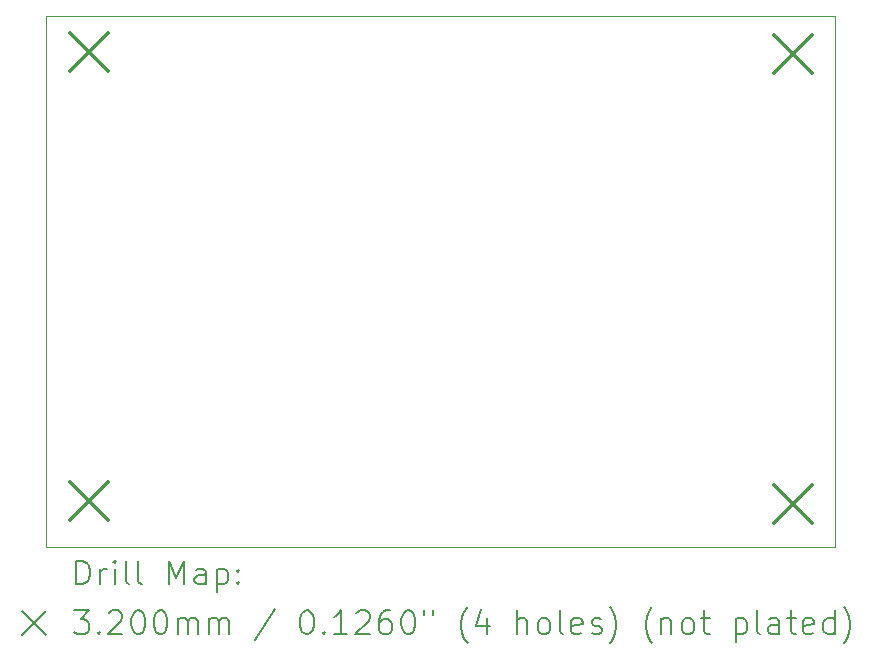
<source format=gbr>
%TF.GenerationSoftware,KiCad,Pcbnew,8.0.1*%
%TF.CreationDate,2024-09-12T20:33:38-03:00*%
%TF.ProjectId,monitor_solar_v2,6d6f6e69-746f-4725-9f73-6f6c61725f76,rev?*%
%TF.SameCoordinates,PX602d950PY4d2bdc0*%
%TF.FileFunction,Drillmap*%
%TF.FilePolarity,Positive*%
%FSLAX45Y45*%
G04 Gerber Fmt 4.5, Leading zero omitted, Abs format (unit mm)*
G04 Created by KiCad (PCBNEW 8.0.1) date 2024-09-12 20:33:38*
%MOMM*%
%LPD*%
G01*
G04 APERTURE LIST*
%ADD10C,0.050000*%
%ADD11C,0.200000*%
%ADD12C,0.320000*%
G04 APERTURE END LIST*
D10*
X-200Y4500000D02*
X6679000Y4500000D01*
X6679000Y0D01*
X-200Y0D01*
X-200Y4500000D01*
D11*
D12*
X205000Y4352000D02*
X525000Y4032000D01*
X525000Y4352000D02*
X205000Y4032000D01*
X205000Y552000D02*
X525000Y232000D01*
X525000Y552000D02*
X205000Y232000D01*
X6163400Y4340400D02*
X6483400Y4020400D01*
X6483400Y4340400D02*
X6163400Y4020400D01*
X6163400Y530400D02*
X6483400Y210400D01*
X6483400Y530400D02*
X6163400Y210400D01*
D11*
X258077Y-313984D02*
X258077Y-113984D01*
X258077Y-113984D02*
X305696Y-113984D01*
X305696Y-113984D02*
X334267Y-123508D01*
X334267Y-123508D02*
X353315Y-142555D01*
X353315Y-142555D02*
X362839Y-161603D01*
X362839Y-161603D02*
X372362Y-199698D01*
X372362Y-199698D02*
X372362Y-228269D01*
X372362Y-228269D02*
X362839Y-266365D01*
X362839Y-266365D02*
X353315Y-285412D01*
X353315Y-285412D02*
X334267Y-304460D01*
X334267Y-304460D02*
X305696Y-313984D01*
X305696Y-313984D02*
X258077Y-313984D01*
X458077Y-313984D02*
X458077Y-180650D01*
X458077Y-218746D02*
X467601Y-199698D01*
X467601Y-199698D02*
X477124Y-190174D01*
X477124Y-190174D02*
X496172Y-180650D01*
X496172Y-180650D02*
X515220Y-180650D01*
X581886Y-313984D02*
X581886Y-180650D01*
X581886Y-113984D02*
X572363Y-123508D01*
X572363Y-123508D02*
X581886Y-133031D01*
X581886Y-133031D02*
X591410Y-123508D01*
X591410Y-123508D02*
X581886Y-113984D01*
X581886Y-113984D02*
X581886Y-133031D01*
X705696Y-313984D02*
X686648Y-304460D01*
X686648Y-304460D02*
X677124Y-285412D01*
X677124Y-285412D02*
X677124Y-113984D01*
X810458Y-313984D02*
X791410Y-304460D01*
X791410Y-304460D02*
X781886Y-285412D01*
X781886Y-285412D02*
X781886Y-113984D01*
X1039029Y-313984D02*
X1039029Y-113984D01*
X1039029Y-113984D02*
X1105696Y-256841D01*
X1105696Y-256841D02*
X1172363Y-113984D01*
X1172363Y-113984D02*
X1172363Y-313984D01*
X1353315Y-313984D02*
X1353315Y-209222D01*
X1353315Y-209222D02*
X1343791Y-190174D01*
X1343791Y-190174D02*
X1324744Y-180650D01*
X1324744Y-180650D02*
X1286648Y-180650D01*
X1286648Y-180650D02*
X1267601Y-190174D01*
X1353315Y-304460D02*
X1334267Y-313984D01*
X1334267Y-313984D02*
X1286648Y-313984D01*
X1286648Y-313984D02*
X1267601Y-304460D01*
X1267601Y-304460D02*
X1258077Y-285412D01*
X1258077Y-285412D02*
X1258077Y-266365D01*
X1258077Y-266365D02*
X1267601Y-247317D01*
X1267601Y-247317D02*
X1286648Y-237793D01*
X1286648Y-237793D02*
X1334267Y-237793D01*
X1334267Y-237793D02*
X1353315Y-228269D01*
X1448553Y-180650D02*
X1448553Y-380650D01*
X1448553Y-190174D02*
X1467601Y-180650D01*
X1467601Y-180650D02*
X1505696Y-180650D01*
X1505696Y-180650D02*
X1524743Y-190174D01*
X1524743Y-190174D02*
X1534267Y-199698D01*
X1534267Y-199698D02*
X1543791Y-218746D01*
X1543791Y-218746D02*
X1543791Y-275889D01*
X1543791Y-275889D02*
X1534267Y-294936D01*
X1534267Y-294936D02*
X1524743Y-304460D01*
X1524743Y-304460D02*
X1505696Y-313984D01*
X1505696Y-313984D02*
X1467601Y-313984D01*
X1467601Y-313984D02*
X1448553Y-304460D01*
X1629505Y-294936D02*
X1639029Y-304460D01*
X1639029Y-304460D02*
X1629505Y-313984D01*
X1629505Y-313984D02*
X1619982Y-304460D01*
X1619982Y-304460D02*
X1629505Y-294936D01*
X1629505Y-294936D02*
X1629505Y-313984D01*
X1629505Y-190174D02*
X1639029Y-199698D01*
X1639029Y-199698D02*
X1629505Y-209222D01*
X1629505Y-209222D02*
X1619982Y-199698D01*
X1619982Y-199698D02*
X1629505Y-190174D01*
X1629505Y-190174D02*
X1629505Y-209222D01*
X-202700Y-542500D02*
X-2700Y-742500D01*
X-2700Y-542500D02*
X-202700Y-742500D01*
X239029Y-533984D02*
X362839Y-533984D01*
X362839Y-533984D02*
X296172Y-610174D01*
X296172Y-610174D02*
X324744Y-610174D01*
X324744Y-610174D02*
X343791Y-619698D01*
X343791Y-619698D02*
X353315Y-629222D01*
X353315Y-629222D02*
X362839Y-648270D01*
X362839Y-648270D02*
X362839Y-695889D01*
X362839Y-695889D02*
X353315Y-714936D01*
X353315Y-714936D02*
X343791Y-724460D01*
X343791Y-724460D02*
X324744Y-733984D01*
X324744Y-733984D02*
X267601Y-733984D01*
X267601Y-733984D02*
X248553Y-724460D01*
X248553Y-724460D02*
X239029Y-714936D01*
X448553Y-714936D02*
X458077Y-724460D01*
X458077Y-724460D02*
X448553Y-733984D01*
X448553Y-733984D02*
X439029Y-724460D01*
X439029Y-724460D02*
X448553Y-714936D01*
X448553Y-714936D02*
X448553Y-733984D01*
X534267Y-553031D02*
X543791Y-543508D01*
X543791Y-543508D02*
X562839Y-533984D01*
X562839Y-533984D02*
X610458Y-533984D01*
X610458Y-533984D02*
X629505Y-543508D01*
X629505Y-543508D02*
X639029Y-553031D01*
X639029Y-553031D02*
X648553Y-572079D01*
X648553Y-572079D02*
X648553Y-591127D01*
X648553Y-591127D02*
X639029Y-619698D01*
X639029Y-619698D02*
X524744Y-733984D01*
X524744Y-733984D02*
X648553Y-733984D01*
X772362Y-533984D02*
X791410Y-533984D01*
X791410Y-533984D02*
X810458Y-543508D01*
X810458Y-543508D02*
X819982Y-553031D01*
X819982Y-553031D02*
X829505Y-572079D01*
X829505Y-572079D02*
X839029Y-610174D01*
X839029Y-610174D02*
X839029Y-657793D01*
X839029Y-657793D02*
X829505Y-695889D01*
X829505Y-695889D02*
X819982Y-714936D01*
X819982Y-714936D02*
X810458Y-724460D01*
X810458Y-724460D02*
X791410Y-733984D01*
X791410Y-733984D02*
X772362Y-733984D01*
X772362Y-733984D02*
X753315Y-724460D01*
X753315Y-724460D02*
X743791Y-714936D01*
X743791Y-714936D02*
X734267Y-695889D01*
X734267Y-695889D02*
X724743Y-657793D01*
X724743Y-657793D02*
X724743Y-610174D01*
X724743Y-610174D02*
X734267Y-572079D01*
X734267Y-572079D02*
X743791Y-553031D01*
X743791Y-553031D02*
X753315Y-543508D01*
X753315Y-543508D02*
X772362Y-533984D01*
X962839Y-533984D02*
X981886Y-533984D01*
X981886Y-533984D02*
X1000934Y-543508D01*
X1000934Y-543508D02*
X1010458Y-553031D01*
X1010458Y-553031D02*
X1019982Y-572079D01*
X1019982Y-572079D02*
X1029505Y-610174D01*
X1029505Y-610174D02*
X1029505Y-657793D01*
X1029505Y-657793D02*
X1019982Y-695889D01*
X1019982Y-695889D02*
X1010458Y-714936D01*
X1010458Y-714936D02*
X1000934Y-724460D01*
X1000934Y-724460D02*
X981886Y-733984D01*
X981886Y-733984D02*
X962839Y-733984D01*
X962839Y-733984D02*
X943791Y-724460D01*
X943791Y-724460D02*
X934267Y-714936D01*
X934267Y-714936D02*
X924743Y-695889D01*
X924743Y-695889D02*
X915220Y-657793D01*
X915220Y-657793D02*
X915220Y-610174D01*
X915220Y-610174D02*
X924743Y-572079D01*
X924743Y-572079D02*
X934267Y-553031D01*
X934267Y-553031D02*
X943791Y-543508D01*
X943791Y-543508D02*
X962839Y-533984D01*
X1115220Y-733984D02*
X1115220Y-600650D01*
X1115220Y-619698D02*
X1124744Y-610174D01*
X1124744Y-610174D02*
X1143791Y-600650D01*
X1143791Y-600650D02*
X1172363Y-600650D01*
X1172363Y-600650D02*
X1191410Y-610174D01*
X1191410Y-610174D02*
X1200934Y-629222D01*
X1200934Y-629222D02*
X1200934Y-733984D01*
X1200934Y-629222D02*
X1210458Y-610174D01*
X1210458Y-610174D02*
X1229505Y-600650D01*
X1229505Y-600650D02*
X1258077Y-600650D01*
X1258077Y-600650D02*
X1277125Y-610174D01*
X1277125Y-610174D02*
X1286648Y-629222D01*
X1286648Y-629222D02*
X1286648Y-733984D01*
X1381886Y-733984D02*
X1381886Y-600650D01*
X1381886Y-619698D02*
X1391410Y-610174D01*
X1391410Y-610174D02*
X1410458Y-600650D01*
X1410458Y-600650D02*
X1439029Y-600650D01*
X1439029Y-600650D02*
X1458077Y-610174D01*
X1458077Y-610174D02*
X1467601Y-629222D01*
X1467601Y-629222D02*
X1467601Y-733984D01*
X1467601Y-629222D02*
X1477124Y-610174D01*
X1477124Y-610174D02*
X1496172Y-600650D01*
X1496172Y-600650D02*
X1524743Y-600650D01*
X1524743Y-600650D02*
X1543791Y-610174D01*
X1543791Y-610174D02*
X1553315Y-629222D01*
X1553315Y-629222D02*
X1553315Y-733984D01*
X1943791Y-524460D02*
X1772363Y-781603D01*
X2200934Y-533984D02*
X2219982Y-533984D01*
X2219982Y-533984D02*
X2239029Y-543508D01*
X2239029Y-543508D02*
X2248553Y-553031D01*
X2248553Y-553031D02*
X2258077Y-572079D01*
X2258077Y-572079D02*
X2267601Y-610174D01*
X2267601Y-610174D02*
X2267601Y-657793D01*
X2267601Y-657793D02*
X2258077Y-695889D01*
X2258077Y-695889D02*
X2248553Y-714936D01*
X2248553Y-714936D02*
X2239029Y-724460D01*
X2239029Y-724460D02*
X2219982Y-733984D01*
X2219982Y-733984D02*
X2200934Y-733984D01*
X2200934Y-733984D02*
X2181887Y-724460D01*
X2181887Y-724460D02*
X2172363Y-714936D01*
X2172363Y-714936D02*
X2162839Y-695889D01*
X2162839Y-695889D02*
X2153315Y-657793D01*
X2153315Y-657793D02*
X2153315Y-610174D01*
X2153315Y-610174D02*
X2162839Y-572079D01*
X2162839Y-572079D02*
X2172363Y-553031D01*
X2172363Y-553031D02*
X2181887Y-543508D01*
X2181887Y-543508D02*
X2200934Y-533984D01*
X2353315Y-714936D02*
X2362839Y-724460D01*
X2362839Y-724460D02*
X2353315Y-733984D01*
X2353315Y-733984D02*
X2343791Y-724460D01*
X2343791Y-724460D02*
X2353315Y-714936D01*
X2353315Y-714936D02*
X2353315Y-733984D01*
X2553315Y-733984D02*
X2439029Y-733984D01*
X2496172Y-733984D02*
X2496172Y-533984D01*
X2496172Y-533984D02*
X2477125Y-562555D01*
X2477125Y-562555D02*
X2458077Y-581603D01*
X2458077Y-581603D02*
X2439029Y-591127D01*
X2629506Y-553031D02*
X2639029Y-543508D01*
X2639029Y-543508D02*
X2658077Y-533984D01*
X2658077Y-533984D02*
X2705696Y-533984D01*
X2705696Y-533984D02*
X2724744Y-543508D01*
X2724744Y-543508D02*
X2734268Y-553031D01*
X2734268Y-553031D02*
X2743791Y-572079D01*
X2743791Y-572079D02*
X2743791Y-591127D01*
X2743791Y-591127D02*
X2734268Y-619698D01*
X2734268Y-619698D02*
X2619982Y-733984D01*
X2619982Y-733984D02*
X2743791Y-733984D01*
X2915220Y-533984D02*
X2877125Y-533984D01*
X2877125Y-533984D02*
X2858077Y-543508D01*
X2858077Y-543508D02*
X2848553Y-553031D01*
X2848553Y-553031D02*
X2829506Y-581603D01*
X2829506Y-581603D02*
X2819982Y-619698D01*
X2819982Y-619698D02*
X2819982Y-695889D01*
X2819982Y-695889D02*
X2829506Y-714936D01*
X2829506Y-714936D02*
X2839029Y-724460D01*
X2839029Y-724460D02*
X2858077Y-733984D01*
X2858077Y-733984D02*
X2896172Y-733984D01*
X2896172Y-733984D02*
X2915220Y-724460D01*
X2915220Y-724460D02*
X2924744Y-714936D01*
X2924744Y-714936D02*
X2934267Y-695889D01*
X2934267Y-695889D02*
X2934267Y-648270D01*
X2934267Y-648270D02*
X2924744Y-629222D01*
X2924744Y-629222D02*
X2915220Y-619698D01*
X2915220Y-619698D02*
X2896172Y-610174D01*
X2896172Y-610174D02*
X2858077Y-610174D01*
X2858077Y-610174D02*
X2839029Y-619698D01*
X2839029Y-619698D02*
X2829506Y-629222D01*
X2829506Y-629222D02*
X2819982Y-648270D01*
X3058077Y-533984D02*
X3077125Y-533984D01*
X3077125Y-533984D02*
X3096172Y-543508D01*
X3096172Y-543508D02*
X3105696Y-553031D01*
X3105696Y-553031D02*
X3115220Y-572079D01*
X3115220Y-572079D02*
X3124744Y-610174D01*
X3124744Y-610174D02*
X3124744Y-657793D01*
X3124744Y-657793D02*
X3115220Y-695889D01*
X3115220Y-695889D02*
X3105696Y-714936D01*
X3105696Y-714936D02*
X3096172Y-724460D01*
X3096172Y-724460D02*
X3077125Y-733984D01*
X3077125Y-733984D02*
X3058077Y-733984D01*
X3058077Y-733984D02*
X3039029Y-724460D01*
X3039029Y-724460D02*
X3029506Y-714936D01*
X3029506Y-714936D02*
X3019982Y-695889D01*
X3019982Y-695889D02*
X3010458Y-657793D01*
X3010458Y-657793D02*
X3010458Y-610174D01*
X3010458Y-610174D02*
X3019982Y-572079D01*
X3019982Y-572079D02*
X3029506Y-553031D01*
X3029506Y-553031D02*
X3039029Y-543508D01*
X3039029Y-543508D02*
X3058077Y-533984D01*
X3200934Y-533984D02*
X3200934Y-572079D01*
X3277125Y-533984D02*
X3277125Y-572079D01*
X3572363Y-810174D02*
X3562839Y-800650D01*
X3562839Y-800650D02*
X3543791Y-772079D01*
X3543791Y-772079D02*
X3534268Y-753031D01*
X3534268Y-753031D02*
X3524744Y-724460D01*
X3524744Y-724460D02*
X3515220Y-676841D01*
X3515220Y-676841D02*
X3515220Y-638746D01*
X3515220Y-638746D02*
X3524744Y-591127D01*
X3524744Y-591127D02*
X3534268Y-562555D01*
X3534268Y-562555D02*
X3543791Y-543508D01*
X3543791Y-543508D02*
X3562839Y-514936D01*
X3562839Y-514936D02*
X3572363Y-505412D01*
X3734268Y-600650D02*
X3734268Y-733984D01*
X3686648Y-524460D02*
X3639029Y-667317D01*
X3639029Y-667317D02*
X3762839Y-667317D01*
X3991410Y-733984D02*
X3991410Y-533984D01*
X4077125Y-733984D02*
X4077125Y-629222D01*
X4077125Y-629222D02*
X4067601Y-610174D01*
X4067601Y-610174D02*
X4048553Y-600650D01*
X4048553Y-600650D02*
X4019982Y-600650D01*
X4019982Y-600650D02*
X4000934Y-610174D01*
X4000934Y-610174D02*
X3991410Y-619698D01*
X4200934Y-733984D02*
X4181887Y-724460D01*
X4181887Y-724460D02*
X4172363Y-714936D01*
X4172363Y-714936D02*
X4162839Y-695889D01*
X4162839Y-695889D02*
X4162839Y-638746D01*
X4162839Y-638746D02*
X4172363Y-619698D01*
X4172363Y-619698D02*
X4181887Y-610174D01*
X4181887Y-610174D02*
X4200934Y-600650D01*
X4200934Y-600650D02*
X4229506Y-600650D01*
X4229506Y-600650D02*
X4248553Y-610174D01*
X4248553Y-610174D02*
X4258077Y-619698D01*
X4258077Y-619698D02*
X4267601Y-638746D01*
X4267601Y-638746D02*
X4267601Y-695889D01*
X4267601Y-695889D02*
X4258077Y-714936D01*
X4258077Y-714936D02*
X4248553Y-724460D01*
X4248553Y-724460D02*
X4229506Y-733984D01*
X4229506Y-733984D02*
X4200934Y-733984D01*
X4381887Y-733984D02*
X4362839Y-724460D01*
X4362839Y-724460D02*
X4353315Y-705412D01*
X4353315Y-705412D02*
X4353315Y-533984D01*
X4534268Y-724460D02*
X4515220Y-733984D01*
X4515220Y-733984D02*
X4477125Y-733984D01*
X4477125Y-733984D02*
X4458077Y-724460D01*
X4458077Y-724460D02*
X4448553Y-705412D01*
X4448553Y-705412D02*
X4448553Y-629222D01*
X4448553Y-629222D02*
X4458077Y-610174D01*
X4458077Y-610174D02*
X4477125Y-600650D01*
X4477125Y-600650D02*
X4515220Y-600650D01*
X4515220Y-600650D02*
X4534268Y-610174D01*
X4534268Y-610174D02*
X4543792Y-629222D01*
X4543792Y-629222D02*
X4543792Y-648270D01*
X4543792Y-648270D02*
X4448553Y-667317D01*
X4619982Y-724460D02*
X4639030Y-733984D01*
X4639030Y-733984D02*
X4677125Y-733984D01*
X4677125Y-733984D02*
X4696173Y-724460D01*
X4696173Y-724460D02*
X4705696Y-705412D01*
X4705696Y-705412D02*
X4705696Y-695889D01*
X4705696Y-695889D02*
X4696173Y-676841D01*
X4696173Y-676841D02*
X4677125Y-667317D01*
X4677125Y-667317D02*
X4648553Y-667317D01*
X4648553Y-667317D02*
X4629506Y-657793D01*
X4629506Y-657793D02*
X4619982Y-638746D01*
X4619982Y-638746D02*
X4619982Y-629222D01*
X4619982Y-629222D02*
X4629506Y-610174D01*
X4629506Y-610174D02*
X4648553Y-600650D01*
X4648553Y-600650D02*
X4677125Y-600650D01*
X4677125Y-600650D02*
X4696173Y-610174D01*
X4772363Y-810174D02*
X4781887Y-800650D01*
X4781887Y-800650D02*
X4800934Y-772079D01*
X4800934Y-772079D02*
X4810458Y-753031D01*
X4810458Y-753031D02*
X4819982Y-724460D01*
X4819982Y-724460D02*
X4829506Y-676841D01*
X4829506Y-676841D02*
X4829506Y-638746D01*
X4829506Y-638746D02*
X4819982Y-591127D01*
X4819982Y-591127D02*
X4810458Y-562555D01*
X4810458Y-562555D02*
X4800934Y-543508D01*
X4800934Y-543508D02*
X4781887Y-514936D01*
X4781887Y-514936D02*
X4772363Y-505412D01*
X5134268Y-810174D02*
X5124744Y-800650D01*
X5124744Y-800650D02*
X5105696Y-772079D01*
X5105696Y-772079D02*
X5096173Y-753031D01*
X5096173Y-753031D02*
X5086649Y-724460D01*
X5086649Y-724460D02*
X5077125Y-676841D01*
X5077125Y-676841D02*
X5077125Y-638746D01*
X5077125Y-638746D02*
X5086649Y-591127D01*
X5086649Y-591127D02*
X5096173Y-562555D01*
X5096173Y-562555D02*
X5105696Y-543508D01*
X5105696Y-543508D02*
X5124744Y-514936D01*
X5124744Y-514936D02*
X5134268Y-505412D01*
X5210458Y-600650D02*
X5210458Y-733984D01*
X5210458Y-619698D02*
X5219982Y-610174D01*
X5219982Y-610174D02*
X5239030Y-600650D01*
X5239030Y-600650D02*
X5267601Y-600650D01*
X5267601Y-600650D02*
X5286649Y-610174D01*
X5286649Y-610174D02*
X5296173Y-629222D01*
X5296173Y-629222D02*
X5296173Y-733984D01*
X5419982Y-733984D02*
X5400934Y-724460D01*
X5400934Y-724460D02*
X5391411Y-714936D01*
X5391411Y-714936D02*
X5381887Y-695889D01*
X5381887Y-695889D02*
X5381887Y-638746D01*
X5381887Y-638746D02*
X5391411Y-619698D01*
X5391411Y-619698D02*
X5400934Y-610174D01*
X5400934Y-610174D02*
X5419982Y-600650D01*
X5419982Y-600650D02*
X5448554Y-600650D01*
X5448554Y-600650D02*
X5467601Y-610174D01*
X5467601Y-610174D02*
X5477125Y-619698D01*
X5477125Y-619698D02*
X5486649Y-638746D01*
X5486649Y-638746D02*
X5486649Y-695889D01*
X5486649Y-695889D02*
X5477125Y-714936D01*
X5477125Y-714936D02*
X5467601Y-724460D01*
X5467601Y-724460D02*
X5448554Y-733984D01*
X5448554Y-733984D02*
X5419982Y-733984D01*
X5543792Y-600650D02*
X5619982Y-600650D01*
X5572363Y-533984D02*
X5572363Y-705412D01*
X5572363Y-705412D02*
X5581887Y-724460D01*
X5581887Y-724460D02*
X5600934Y-733984D01*
X5600934Y-733984D02*
X5619982Y-733984D01*
X5839030Y-600650D02*
X5839030Y-800650D01*
X5839030Y-610174D02*
X5858077Y-600650D01*
X5858077Y-600650D02*
X5896173Y-600650D01*
X5896173Y-600650D02*
X5915220Y-610174D01*
X5915220Y-610174D02*
X5924744Y-619698D01*
X5924744Y-619698D02*
X5934268Y-638746D01*
X5934268Y-638746D02*
X5934268Y-695889D01*
X5934268Y-695889D02*
X5924744Y-714936D01*
X5924744Y-714936D02*
X5915220Y-724460D01*
X5915220Y-724460D02*
X5896173Y-733984D01*
X5896173Y-733984D02*
X5858077Y-733984D01*
X5858077Y-733984D02*
X5839030Y-724460D01*
X6048553Y-733984D02*
X6029506Y-724460D01*
X6029506Y-724460D02*
X6019982Y-705412D01*
X6019982Y-705412D02*
X6019982Y-533984D01*
X6210458Y-733984D02*
X6210458Y-629222D01*
X6210458Y-629222D02*
X6200934Y-610174D01*
X6200934Y-610174D02*
X6181887Y-600650D01*
X6181887Y-600650D02*
X6143792Y-600650D01*
X6143792Y-600650D02*
X6124744Y-610174D01*
X6210458Y-724460D02*
X6191411Y-733984D01*
X6191411Y-733984D02*
X6143792Y-733984D01*
X6143792Y-733984D02*
X6124744Y-724460D01*
X6124744Y-724460D02*
X6115220Y-705412D01*
X6115220Y-705412D02*
X6115220Y-686365D01*
X6115220Y-686365D02*
X6124744Y-667317D01*
X6124744Y-667317D02*
X6143792Y-657793D01*
X6143792Y-657793D02*
X6191411Y-657793D01*
X6191411Y-657793D02*
X6210458Y-648270D01*
X6277125Y-600650D02*
X6353315Y-600650D01*
X6305696Y-533984D02*
X6305696Y-705412D01*
X6305696Y-705412D02*
X6315220Y-724460D01*
X6315220Y-724460D02*
X6334268Y-733984D01*
X6334268Y-733984D02*
X6353315Y-733984D01*
X6496173Y-724460D02*
X6477125Y-733984D01*
X6477125Y-733984D02*
X6439030Y-733984D01*
X6439030Y-733984D02*
X6419982Y-724460D01*
X6419982Y-724460D02*
X6410458Y-705412D01*
X6410458Y-705412D02*
X6410458Y-629222D01*
X6410458Y-629222D02*
X6419982Y-610174D01*
X6419982Y-610174D02*
X6439030Y-600650D01*
X6439030Y-600650D02*
X6477125Y-600650D01*
X6477125Y-600650D02*
X6496173Y-610174D01*
X6496173Y-610174D02*
X6505696Y-629222D01*
X6505696Y-629222D02*
X6505696Y-648270D01*
X6505696Y-648270D02*
X6410458Y-667317D01*
X6677125Y-733984D02*
X6677125Y-533984D01*
X6677125Y-724460D02*
X6658077Y-733984D01*
X6658077Y-733984D02*
X6619982Y-733984D01*
X6619982Y-733984D02*
X6600934Y-724460D01*
X6600934Y-724460D02*
X6591411Y-714936D01*
X6591411Y-714936D02*
X6581887Y-695889D01*
X6581887Y-695889D02*
X6581887Y-638746D01*
X6581887Y-638746D02*
X6591411Y-619698D01*
X6591411Y-619698D02*
X6600934Y-610174D01*
X6600934Y-610174D02*
X6619982Y-600650D01*
X6619982Y-600650D02*
X6658077Y-600650D01*
X6658077Y-600650D02*
X6677125Y-610174D01*
X6753315Y-810174D02*
X6762839Y-800650D01*
X6762839Y-800650D02*
X6781887Y-772079D01*
X6781887Y-772079D02*
X6791411Y-753031D01*
X6791411Y-753031D02*
X6800934Y-724460D01*
X6800934Y-724460D02*
X6810458Y-676841D01*
X6810458Y-676841D02*
X6810458Y-638746D01*
X6810458Y-638746D02*
X6800934Y-591127D01*
X6800934Y-591127D02*
X6791411Y-562555D01*
X6791411Y-562555D02*
X6781887Y-543508D01*
X6781887Y-543508D02*
X6762839Y-514936D01*
X6762839Y-514936D02*
X6753315Y-505412D01*
M02*

</source>
